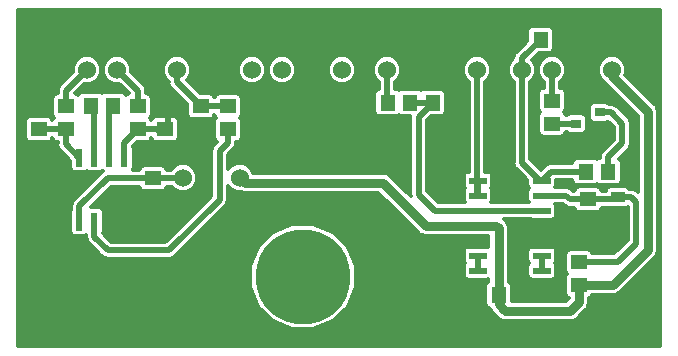
<source format=gbr>
G04 #@! TF.GenerationSoftware,KiCad,Pcbnew,(5.0.0-rc2-dev-586-g888c43477)*
G04 #@! TF.CreationDate,2018-06-03T13:53:17-03:00*
G04 #@! TF.ProjectId,Signal,5369676E616C2E6B696361645F706362,rev?*
G04 #@! TF.SameCoordinates,Original*
G04 #@! TF.FileFunction,Copper,L2,Bot,Signal*
G04 #@! TF.FilePolarity,Positive*
%FSLAX46Y46*%
G04 Gerber Fmt 4.6, Leading zero omitted, Abs format (unit mm)*
G04 Created by KiCad (PCBNEW (5.0.0-rc2-dev-586-g888c43477)) date 06/03/18 13:53:17*
%MOMM*%
%LPD*%
G01*
G04 APERTURE LIST*
%ADD10R,1.400000X1.295000*%
%ADD11C,8.000000*%
%ADD12C,0.900000*%
%ADD13R,0.600000X1.550000*%
%ADD14R,1.295000X1.400000*%
%ADD15R,0.900000X0.800000*%
%ADD16C,1.524000*%
%ADD17R,1.200000X0.900000*%
%ADD18R,1.500000X0.600000*%
%ADD19C,0.508000*%
%ADD20C,0.800000*%
%ADD21C,0.304800*%
G04 APERTURE END LIST*
D10*
X34036000Y-23416500D03*
X34036000Y-25351500D03*
X25654000Y-23416500D03*
X25654000Y-25351500D03*
X36322000Y-25351500D03*
X36322000Y-23416500D03*
X27940000Y-25351500D03*
X27940000Y-23416500D03*
X35306000Y-31447500D03*
X35306000Y-29512500D03*
X39370000Y-23416500D03*
X39370000Y-25351500D03*
D11*
X48006000Y-37846000D03*
D12*
X51006000Y-37846000D03*
X50127320Y-39967320D03*
X48006000Y-40846000D03*
X45884680Y-39967320D03*
X45006000Y-37846000D03*
X45884680Y-35724680D03*
X48006000Y-34846000D03*
X50127320Y-35724680D03*
D13*
X29083000Y-27780000D03*
X30353000Y-27780000D03*
X31623000Y-27780000D03*
X32893000Y-27780000D03*
X32893000Y-33180000D03*
X31623000Y-33180000D03*
X30353000Y-33180000D03*
X29083000Y-33180000D03*
D10*
X41656000Y-25351500D03*
X41656000Y-23416500D03*
D14*
X31955500Y-23368000D03*
X30020500Y-23368000D03*
D15*
X73136000Y-23942000D03*
X73136000Y-25842000D03*
X71136000Y-24892000D03*
D16*
X71628000Y-20320000D03*
X69088000Y-20320000D03*
X66548000Y-20320000D03*
X62738000Y-20320000D03*
X60198000Y-20320000D03*
X57658000Y-20320000D03*
X55118000Y-20320000D03*
X51308000Y-20320000D03*
X48768000Y-20320000D03*
X46228000Y-20320000D03*
X43688000Y-20320000D03*
X41148000Y-20320000D03*
X37338000Y-20320000D03*
X34798000Y-20320000D03*
X32258000Y-20320000D03*
X29718000Y-20320000D03*
X74168000Y-20320000D03*
D10*
X72136000Y-33225500D03*
X72136000Y-31290500D03*
D14*
X64564500Y-39370000D03*
X66499500Y-39370000D03*
D17*
X74676000Y-31116000D03*
X74676000Y-34416000D03*
D10*
X71374000Y-36624500D03*
X71374000Y-38559500D03*
D14*
X68120500Y-17780000D03*
X70055500Y-17780000D03*
X71930500Y-28956000D03*
X73865500Y-28956000D03*
D10*
X69088000Y-24892000D03*
X69088000Y-22957000D03*
D14*
X58976500Y-23114000D03*
X60911500Y-23114000D03*
X57101500Y-23114000D03*
X55166500Y-23114000D03*
D18*
X62832000Y-37338000D03*
X62832000Y-36068000D03*
X62832000Y-34798000D03*
X62832000Y-33528000D03*
X62832000Y-32258000D03*
X62832000Y-30988000D03*
X62832000Y-29718000D03*
X68232000Y-29718000D03*
X68232000Y-30988000D03*
X68232000Y-32258000D03*
X68232000Y-33528000D03*
X68232000Y-34798000D03*
X68232000Y-36068000D03*
X68232000Y-37338000D03*
D16*
X59944000Y-28956000D03*
X59944000Y-35559978D03*
X69088026Y-42672000D03*
X69088000Y-39116000D03*
X42672000Y-31496000D03*
X37846000Y-31496000D03*
X42672002Y-29464000D03*
X37846000Y-29464000D03*
D19*
X71136000Y-24892000D02*
X69088000Y-24892000D01*
X48465500Y-20622500D02*
X48768000Y-20320000D01*
X67782000Y-33528000D02*
X68232000Y-33528000D01*
X66974000Y-33528000D02*
X68232000Y-33528000D01*
X66499500Y-34002500D02*
X66974000Y-33528000D01*
X66499500Y-39370000D02*
X66499500Y-34002500D01*
X73580500Y-34416000D02*
X72390000Y-33225500D01*
X74676000Y-34416000D02*
X73580500Y-34416000D01*
X70309500Y-33528000D02*
X68232000Y-33528000D01*
X72390000Y-33225500D02*
X72087500Y-33528000D01*
X70928000Y-33225500D02*
X72136000Y-33225500D01*
X70309500Y-33528000D02*
X70612000Y-33225500D01*
X70612000Y-33225500D02*
X70928000Y-33225500D01*
X71628000Y-19558000D02*
X71628000Y-20320000D01*
X70055500Y-17780000D02*
X70055500Y-17985500D01*
X70055500Y-17985500D02*
X71628000Y-19558000D01*
X62832000Y-34798000D02*
X61574000Y-34798000D01*
X61574000Y-34798000D02*
X61523199Y-34848801D01*
X68232000Y-34798000D02*
X68232000Y-33528000D01*
X48514000Y-20574000D02*
X48768000Y-20320000D01*
X48514000Y-20707486D02*
X48514000Y-20574000D01*
X60911500Y-21033500D02*
X60198000Y-20320000D01*
X60911500Y-23114000D02*
X60911500Y-21033500D01*
X60198000Y-20320000D02*
X57658000Y-20320000D01*
X60198000Y-20320000D02*
X64389000Y-16129000D01*
X70055500Y-16572000D02*
X70055500Y-17780000D01*
X64389000Y-16129000D02*
X69612500Y-16129000D01*
X69612500Y-16129000D02*
X70055500Y-16572000D01*
X34798000Y-20320000D02*
X36576000Y-18542000D01*
X39370000Y-18542000D02*
X41148000Y-20320000D01*
X36576000Y-18542000D02*
X39370000Y-18542000D01*
X46990000Y-18542000D02*
X48768000Y-20320000D01*
X39370000Y-18542000D02*
X46990000Y-18542000D01*
X58420000Y-18542000D02*
X60198000Y-20320000D01*
X46990000Y-18542000D02*
X58420000Y-18542000D01*
X60960000Y-27940000D02*
X60705999Y-28194001D01*
X60960000Y-22462500D02*
X60960000Y-27940000D01*
X60705999Y-28194001D02*
X59944000Y-28956000D01*
X61472377Y-34797979D02*
X60705999Y-34797979D01*
X61523199Y-34848801D02*
X61472377Y-34797979D01*
X60705999Y-34797979D02*
X59944000Y-35559978D01*
X68010396Y-42672000D02*
X69088026Y-42672000D01*
X65470370Y-42672000D02*
X68010396Y-42672000D01*
X61523199Y-38724829D02*
X65470370Y-42672000D01*
X61523199Y-34848801D02*
X61523199Y-38724829D01*
X68834000Y-39370000D02*
X69088000Y-39116000D01*
X66499500Y-39370000D02*
X68834000Y-39370000D01*
D20*
X59944000Y-35559978D02*
X58866370Y-35559978D01*
X58866370Y-35559978D02*
X54294387Y-30987995D01*
D19*
X34625500Y-31447500D02*
X32893000Y-33180000D01*
X34798000Y-31447500D02*
X34625500Y-31447500D01*
X25654000Y-23416500D02*
X25654000Y-21590000D01*
X25654000Y-21590000D02*
X28448000Y-18796000D01*
X33274000Y-18796000D02*
X34798000Y-20320000D01*
X28448000Y-18796000D02*
X33274000Y-18796000D01*
X34798000Y-20320000D02*
X36576000Y-22098000D01*
X36576000Y-22098000D02*
X36576000Y-25146000D01*
D20*
X42672000Y-31496000D02*
X42926000Y-31496000D01*
X43434005Y-30987995D02*
X54294387Y-30987995D01*
X42926000Y-31496000D02*
X43434005Y-30987995D01*
D19*
X39370000Y-26416000D02*
X39370000Y-25351500D01*
X31623000Y-34463000D02*
X31958000Y-34798000D01*
X31623000Y-33180000D02*
X31623000Y-34463000D01*
X31958000Y-34798000D02*
X36322000Y-34798000D01*
X36322000Y-34798000D02*
X40132000Y-30988000D01*
X40132000Y-30988000D02*
X40132000Y-27178000D01*
X40132000Y-27178000D02*
X39370000Y-26416000D01*
X37846000Y-23368000D02*
X36576000Y-22098000D01*
X37846000Y-25035500D02*
X37846000Y-23368000D01*
X39370000Y-25351500D02*
X38162000Y-25351500D01*
X38162000Y-25351500D02*
X37846000Y-25035500D01*
X34798000Y-31447500D02*
X37797500Y-31447500D01*
X37797500Y-31447500D02*
X37846000Y-31496000D01*
X74094000Y-23942000D02*
X73136000Y-23942000D01*
X73865500Y-27748000D02*
X75057000Y-26556500D01*
X73865500Y-28956000D02*
X73865500Y-27748000D01*
X75057000Y-24905000D02*
X74094000Y-23942000D01*
X75057000Y-26556500D02*
X75057000Y-24905000D01*
X74501500Y-31290500D02*
X74676000Y-31116000D01*
X72390000Y-31290500D02*
X74501500Y-31290500D01*
X70309500Y-30988000D02*
X68232000Y-30988000D01*
X72390000Y-31290500D02*
X72087500Y-30988000D01*
X70612000Y-31290500D02*
X72136000Y-31290500D01*
X70309500Y-30988000D02*
X70612000Y-31290500D01*
X71422500Y-36576000D02*
X71374000Y-36624500D01*
X74676000Y-36576000D02*
X71422500Y-36576000D01*
X76200000Y-35052000D02*
X74676000Y-36576000D01*
X76200000Y-31532000D02*
X76200000Y-35052000D01*
X74676000Y-31116000D02*
X75784000Y-31116000D01*
X75784000Y-31116000D02*
X76200000Y-31532000D01*
X64564500Y-38162000D02*
X64564500Y-39370000D01*
X64564500Y-34002500D02*
X64564500Y-38162000D01*
X62832000Y-33528000D02*
X64090000Y-33528000D01*
X64090000Y-33528000D02*
X64564500Y-34002500D01*
X64564500Y-40180500D02*
X64564500Y-39370000D01*
X65024000Y-40640000D02*
X64564500Y-40180500D01*
X65035199Y-40628801D02*
X65024000Y-40640000D01*
D20*
X64564500Y-37870000D02*
X64564500Y-39370000D01*
X64564500Y-33710500D02*
X64564500Y-37870000D01*
X62832000Y-33528000D02*
X64382000Y-33528000D01*
X64382000Y-33528000D02*
X64564500Y-33710500D01*
X64564500Y-40158102D02*
X65035199Y-40628801D01*
X64564500Y-39370000D02*
X64564500Y-40158102D01*
X65035199Y-40628801D02*
X65181199Y-40774801D01*
X71374000Y-40007000D02*
X71374000Y-38559500D01*
X70606199Y-40774801D02*
X71374000Y-40007000D01*
X65181199Y-40774801D02*
X70606199Y-40774801D01*
X74168000Y-20828000D02*
X74168000Y-20320000D01*
X77216000Y-23876000D02*
X74168000Y-20828000D01*
X77216000Y-35560000D02*
X77216000Y-23876000D01*
X71374000Y-38559500D02*
X74216500Y-38559500D01*
X74216500Y-38559500D02*
X77216000Y-35560000D01*
D19*
X29083000Y-31897000D02*
X29083000Y-33180000D01*
X34798000Y-29512500D02*
X31467500Y-29512500D01*
X31467500Y-29512500D02*
X29083000Y-31897000D01*
D20*
X43091187Y-29883185D02*
X42672002Y-29464000D01*
X54752014Y-29883185D02*
X43091187Y-29883185D01*
X62832000Y-33528000D02*
X58396828Y-33528000D01*
X58396828Y-33528000D02*
X54752014Y-29883185D01*
D19*
X37797500Y-29512500D02*
X37846000Y-29464000D01*
X34798000Y-29512500D02*
X37797500Y-29512500D01*
X68232000Y-37338000D02*
X68232000Y-36068000D01*
X62832000Y-37338000D02*
X62832000Y-36068000D01*
X31623000Y-23700500D02*
X31955500Y-23368000D01*
X31623000Y-27780000D02*
X31623000Y-23700500D01*
X30353000Y-23700500D02*
X30020500Y-23368000D01*
X30353000Y-26497000D02*
X30353000Y-25908000D01*
X30353000Y-27780000D02*
X30353000Y-26497000D01*
X30353000Y-26256000D02*
X30353000Y-25908000D01*
X30353000Y-25908000D02*
X30353000Y-23700500D01*
X30353000Y-33180000D02*
X30353000Y-34463000D01*
X40944811Y-27218189D02*
X41656000Y-26507000D01*
X41656000Y-26507000D02*
X41656000Y-25351500D01*
X40944811Y-31324677D02*
X40944811Y-27218189D01*
X36658677Y-35610811D02*
X40944811Y-31324677D01*
X31500810Y-35610810D02*
X36658677Y-35610811D01*
X30353000Y-34463000D02*
X31500810Y-35610810D01*
X37592000Y-20574000D02*
X37338000Y-20320000D01*
X39370000Y-23416500D02*
X41656000Y-23416500D01*
X37338000Y-21384500D02*
X39370000Y-23416500D01*
X37338000Y-20320000D02*
X37338000Y-21384500D01*
X69088000Y-20320000D02*
X69088000Y-22957000D01*
X66548000Y-19352500D02*
X68120500Y-17780000D01*
X66548000Y-20320000D02*
X66548000Y-19352500D01*
X68994000Y-28956000D02*
X68232000Y-29718000D01*
X70152500Y-28956000D02*
X68994000Y-28956000D01*
X70152500Y-28956000D02*
X71930500Y-28956000D01*
X68072000Y-29718000D02*
X68232000Y-29718000D01*
X66548000Y-20320000D02*
X66548000Y-28194000D01*
X66548000Y-28194000D02*
X68072000Y-29718000D01*
X68232000Y-32258000D02*
X62832000Y-32258000D01*
X57101500Y-23114000D02*
X58976500Y-23114000D01*
X58976500Y-23166500D02*
X58976500Y-23114000D01*
X57821000Y-24322000D02*
X58976500Y-23166500D01*
X57821000Y-30897000D02*
X57821000Y-24322000D01*
X62832000Y-32258000D02*
X59182000Y-32258000D01*
X59182000Y-32258000D02*
X57821000Y-30897000D01*
X55118000Y-20320000D02*
X55118000Y-22860000D01*
X55118000Y-22860000D02*
X55069500Y-22908500D01*
X27940000Y-22098000D02*
X27940000Y-23416500D01*
X29718000Y-20320000D02*
X27940000Y-22098000D01*
X33274000Y-21336000D02*
X32258000Y-20320000D01*
X34036000Y-23416500D02*
X34036000Y-22098000D01*
X34036000Y-22098000D02*
X33274000Y-21336000D01*
X62382000Y-29718000D02*
X62832000Y-29718000D01*
X62738000Y-20320000D02*
X62738000Y-24130000D01*
X62738000Y-30894000D02*
X62832000Y-30988000D01*
X62738000Y-20320000D02*
X62738000Y-30894000D01*
X62832000Y-29718000D02*
X62832000Y-30988000D01*
X46308000Y-20400000D02*
X46228000Y-20320000D01*
X46005500Y-20542500D02*
X46228000Y-20320000D01*
X45925500Y-20622500D02*
X46228000Y-20320000D01*
X43608000Y-20400000D02*
X43688000Y-20320000D01*
X27940000Y-26637000D02*
X29083000Y-27780000D01*
X27940000Y-25351500D02*
X27940000Y-26637000D01*
X25654000Y-25351500D02*
X27940000Y-25351500D01*
X32893000Y-26494500D02*
X34036000Y-25351500D01*
X32893000Y-27780000D02*
X32893000Y-26494500D01*
X35632014Y-25351500D02*
X35977007Y-25696493D01*
X34036000Y-25351500D02*
X35632014Y-25351500D01*
D21*
G36*
X78232800Y-43688800D02*
X23875200Y-43688800D01*
X23875200Y-36959408D01*
X43548800Y-36959408D01*
X43548800Y-38732592D01*
X44227368Y-40370801D01*
X45481199Y-41624632D01*
X47119408Y-42303200D01*
X48892592Y-42303200D01*
X50530801Y-41624632D01*
X51784632Y-40370801D01*
X52463200Y-38732592D01*
X52463200Y-36959408D01*
X51784632Y-35321199D01*
X50530801Y-34067368D01*
X48892592Y-33388800D01*
X47119408Y-33388800D01*
X45481199Y-34067368D01*
X44227368Y-35321199D01*
X43548800Y-36959408D01*
X23875200Y-36959408D01*
X23875200Y-24704000D01*
X24487843Y-24704000D01*
X24487843Y-25999000D01*
X24523327Y-26177391D01*
X24624377Y-26328623D01*
X24775609Y-26429673D01*
X24954000Y-26465157D01*
X26354000Y-26465157D01*
X26532391Y-26429673D01*
X26683623Y-26328623D01*
X26784673Y-26177391D01*
X26797000Y-26115419D01*
X26809327Y-26177391D01*
X26910377Y-26328623D01*
X27061609Y-26429673D01*
X27228801Y-26462929D01*
X27228801Y-26566954D01*
X27214868Y-26637000D01*
X27270065Y-26914496D01*
X27387576Y-27090364D01*
X27387579Y-27090367D01*
X27427255Y-27149746D01*
X27486634Y-27189422D01*
X28316843Y-28019632D01*
X28316843Y-28555000D01*
X28352327Y-28733391D01*
X28453377Y-28884623D01*
X28604609Y-28985673D01*
X28783000Y-29021157D01*
X29383000Y-29021157D01*
X29561391Y-28985673D01*
X29712623Y-28884623D01*
X29718000Y-28876576D01*
X29723377Y-28884623D01*
X29874609Y-28985673D01*
X30053000Y-29021157D01*
X30653000Y-29021157D01*
X30831391Y-28985673D01*
X30982623Y-28884623D01*
X30988000Y-28876576D01*
X30993377Y-28884623D01*
X31060218Y-28929284D01*
X31014135Y-28960076D01*
X31014133Y-28960078D01*
X30954754Y-28999754D01*
X30915078Y-29059133D01*
X28629634Y-31344578D01*
X28570254Y-31384255D01*
X28530578Y-31443634D01*
X28530576Y-31443636D01*
X28461644Y-31546800D01*
X28413064Y-31619505D01*
X28371800Y-31826955D01*
X28371800Y-31826959D01*
X28357868Y-31897000D01*
X28371800Y-31967042D01*
X28371800Y-32197465D01*
X28352327Y-32226609D01*
X28316843Y-32405000D01*
X28316843Y-33955000D01*
X28352327Y-34133391D01*
X28453377Y-34284623D01*
X28604609Y-34385673D01*
X28783000Y-34421157D01*
X29383000Y-34421157D01*
X29561391Y-34385673D01*
X29641801Y-34331945D01*
X29641801Y-34392954D01*
X29627868Y-34463000D01*
X29683065Y-34740496D01*
X29800576Y-34916364D01*
X29800579Y-34916367D01*
X29840255Y-34975746D01*
X29899634Y-35015422D01*
X30948390Y-36064179D01*
X30988064Y-36123555D01*
X31047440Y-36163229D01*
X31047445Y-36163234D01*
X31223312Y-36280745D01*
X31500809Y-36335942D01*
X31570855Y-36322009D01*
X36588635Y-36322011D01*
X36658677Y-36335943D01*
X36728718Y-36322011D01*
X36728722Y-36322011D01*
X36936172Y-36280747D01*
X36999298Y-36238567D01*
X37112041Y-36163235D01*
X37112043Y-36163233D01*
X37171422Y-36123557D01*
X37211098Y-36064178D01*
X41398180Y-31877097D01*
X41457556Y-31837423D01*
X41497231Y-31778046D01*
X41497235Y-31778042D01*
X41603166Y-31619505D01*
X41614747Y-31602173D01*
X41656011Y-31394723D01*
X41656011Y-31394719D01*
X41669943Y-31324677D01*
X41656011Y-31254635D01*
X41656011Y-30172219D01*
X41981380Y-30497588D01*
X42429488Y-30683200D01*
X42745576Y-30683200D01*
X42756724Y-30690649D01*
X43006763Y-30740385D01*
X43006766Y-30740385D01*
X43091186Y-30757177D01*
X43175606Y-30740385D01*
X54396951Y-30740385D01*
X57731001Y-34074437D01*
X57778822Y-34146006D01*
X57850391Y-34193827D01*
X57850392Y-34193828D01*
X57986276Y-34284623D01*
X58062365Y-34335464D01*
X58312404Y-34385200D01*
X58312407Y-34385200D01*
X58396827Y-34401992D01*
X58481247Y-34385200D01*
X63707300Y-34385200D01*
X63707300Y-35326767D01*
X63582000Y-35301843D01*
X62082000Y-35301843D01*
X61903609Y-35337327D01*
X61752377Y-35438377D01*
X61651327Y-35589609D01*
X61615843Y-35768000D01*
X61615843Y-36368000D01*
X61651327Y-36546391D01*
X61752377Y-36697623D01*
X61760424Y-36703000D01*
X61752377Y-36708377D01*
X61651327Y-36859609D01*
X61615843Y-37038000D01*
X61615843Y-37638000D01*
X61651327Y-37816391D01*
X61752377Y-37967623D01*
X61903609Y-38068673D01*
X62082000Y-38104157D01*
X63582000Y-38104157D01*
X63707300Y-38079233D01*
X63707300Y-38260247D01*
X63587377Y-38340377D01*
X63486327Y-38491609D01*
X63450843Y-38670000D01*
X63450843Y-40070000D01*
X63486327Y-40248391D01*
X63587377Y-40399623D01*
X63738609Y-40500673D01*
X63766109Y-40506143D01*
X63898672Y-40704537D01*
X63898674Y-40704539D01*
X63946495Y-40776108D01*
X64018064Y-40823929D01*
X64515370Y-41321235D01*
X64563193Y-41392807D01*
X64846736Y-41582265D01*
X65096775Y-41632001D01*
X65096778Y-41632001D01*
X65181198Y-41648793D01*
X65265618Y-41632001D01*
X70521779Y-41632001D01*
X70606199Y-41648793D01*
X70690619Y-41632001D01*
X70690623Y-41632001D01*
X70940662Y-41582265D01*
X71224205Y-41392807D01*
X71272028Y-41321235D01*
X71920437Y-40672827D01*
X71992006Y-40625006D01*
X72039827Y-40553437D01*
X72039829Y-40553435D01*
X72115398Y-40440338D01*
X72181464Y-40341463D01*
X72231200Y-40091424D01*
X72231200Y-40091420D01*
X72247992Y-40007000D01*
X72231200Y-39922580D01*
X72231200Y-39641888D01*
X72252391Y-39637673D01*
X72403623Y-39536623D01*
X72483753Y-39416700D01*
X74132080Y-39416700D01*
X74216500Y-39433492D01*
X74300920Y-39416700D01*
X74300924Y-39416700D01*
X74550963Y-39366964D01*
X74834506Y-39177506D01*
X74882329Y-39105934D01*
X77762437Y-36225827D01*
X77834006Y-36178006D01*
X77881827Y-36106437D01*
X77881829Y-36106435D01*
X77968314Y-35977000D01*
X78023464Y-35894463D01*
X78073200Y-35644424D01*
X78073200Y-35644420D01*
X78089992Y-35560000D01*
X78073200Y-35475580D01*
X78073200Y-23960420D01*
X78089992Y-23876000D01*
X78073200Y-23791580D01*
X78073200Y-23791576D01*
X78023464Y-23541537D01*
X77939917Y-23416500D01*
X77881828Y-23329564D01*
X77881827Y-23329563D01*
X77834006Y-23257994D01*
X77762437Y-23210173D01*
X75307409Y-20755146D01*
X75387200Y-20562514D01*
X75387200Y-20077486D01*
X75201588Y-19629378D01*
X74858622Y-19286412D01*
X74410514Y-19100800D01*
X73925486Y-19100800D01*
X73477378Y-19286412D01*
X73134412Y-19629378D01*
X72948800Y-20077486D01*
X72948800Y-20562514D01*
X73134412Y-21010622D01*
X73477378Y-21353588D01*
X73492400Y-21359810D01*
X73549994Y-21446006D01*
X73621566Y-21493829D01*
X76358801Y-24231065D01*
X76358800Y-30685012D01*
X76336424Y-30662636D01*
X76296746Y-30603254D01*
X76061496Y-30446064D01*
X75854046Y-30404800D01*
X75854041Y-30404800D01*
X75784000Y-30390868D01*
X75713959Y-30404800D01*
X75651342Y-30404800D01*
X75605623Y-30336377D01*
X75454391Y-30235327D01*
X75276000Y-30199843D01*
X74076000Y-30199843D01*
X73897609Y-30235327D01*
X73746377Y-30336377D01*
X73645327Y-30487609D01*
X73627089Y-30579300D01*
X73289486Y-30579300D01*
X73266673Y-30464609D01*
X73165623Y-30313377D01*
X73014391Y-30212327D01*
X72836000Y-30176843D01*
X71436000Y-30176843D01*
X71257609Y-30212327D01*
X71106377Y-30313377D01*
X71005327Y-30464609D01*
X70982514Y-30579300D01*
X70906588Y-30579300D01*
X70861924Y-30534636D01*
X70822246Y-30475254D01*
X70586996Y-30318064D01*
X70379546Y-30276800D01*
X70379541Y-30276800D01*
X70309500Y-30262868D01*
X70239459Y-30276800D01*
X69358945Y-30276800D01*
X69412673Y-30196391D01*
X69448157Y-30018000D01*
X69448157Y-29667200D01*
X70819071Y-29667200D01*
X70852327Y-29834391D01*
X70953377Y-29985623D01*
X71104609Y-30086673D01*
X71283000Y-30122157D01*
X72578000Y-30122157D01*
X72756391Y-30086673D01*
X72898000Y-29992053D01*
X73039609Y-30086673D01*
X73218000Y-30122157D01*
X74513000Y-30122157D01*
X74691391Y-30086673D01*
X74842623Y-29985623D01*
X74943673Y-29834391D01*
X74979157Y-29656000D01*
X74979157Y-28256000D01*
X74943673Y-28077609D01*
X74842623Y-27926377D01*
X74752877Y-27866411D01*
X75510369Y-27108920D01*
X75569745Y-27069246D01*
X75609420Y-27009869D01*
X75609424Y-27009865D01*
X75726935Y-26833998D01*
X75726935Y-26833997D01*
X75726936Y-26833996D01*
X75768200Y-26626546D01*
X75768200Y-26626543D01*
X75782132Y-26556501D01*
X75768200Y-26486459D01*
X75768200Y-24975042D01*
X75782132Y-24905000D01*
X75768200Y-24834958D01*
X75768200Y-24834954D01*
X75726936Y-24627504D01*
X75664563Y-24534157D01*
X75609424Y-24451635D01*
X75609422Y-24451633D01*
X75569746Y-24392254D01*
X75510367Y-24352578D01*
X74646424Y-23488636D01*
X74606746Y-23429254D01*
X74371496Y-23272064D01*
X74164046Y-23230800D01*
X74164041Y-23230800D01*
X74094000Y-23216868D01*
X74023959Y-23230800D01*
X73927933Y-23230800D01*
X73915623Y-23212377D01*
X73764391Y-23111327D01*
X73586000Y-23075843D01*
X72686000Y-23075843D01*
X72507609Y-23111327D01*
X72356377Y-23212377D01*
X72255327Y-23363609D01*
X72219843Y-23542000D01*
X72219843Y-24342000D01*
X72255327Y-24520391D01*
X72356377Y-24671623D01*
X72507609Y-24772673D01*
X72686000Y-24808157D01*
X73586000Y-24808157D01*
X73764391Y-24772673D01*
X73857003Y-24710791D01*
X74345801Y-25199590D01*
X74345800Y-26261911D01*
X73412134Y-27195578D01*
X73352755Y-27235254D01*
X73313079Y-27294633D01*
X73313076Y-27294636D01*
X73195565Y-27470504D01*
X73140368Y-27748000D01*
X73151329Y-27803105D01*
X73039609Y-27825327D01*
X72898000Y-27919947D01*
X72756391Y-27825327D01*
X72578000Y-27789843D01*
X71283000Y-27789843D01*
X71104609Y-27825327D01*
X70953377Y-27926377D01*
X70852327Y-28077609D01*
X70819071Y-28244800D01*
X69064042Y-28244800D01*
X68994000Y-28230868D01*
X68923958Y-28244800D01*
X68923954Y-28244800D01*
X68716504Y-28286064D01*
X68706504Y-28292746D01*
X68540635Y-28403576D01*
X68540633Y-28403578D01*
X68481254Y-28443254D01*
X68441578Y-28502633D01*
X68152000Y-28792211D01*
X67259200Y-27899412D01*
X67259200Y-21333010D01*
X67581588Y-21010622D01*
X67767200Y-20562514D01*
X67767200Y-20077486D01*
X67868800Y-20077486D01*
X67868800Y-20562514D01*
X68054412Y-21010622D01*
X68376800Y-21333010D01*
X68376801Y-21845571D01*
X68209609Y-21878827D01*
X68058377Y-21979877D01*
X67957327Y-22131109D01*
X67921843Y-22309500D01*
X67921843Y-23604500D01*
X67957327Y-23782891D01*
X68051947Y-23924500D01*
X67957327Y-24066109D01*
X67921843Y-24244500D01*
X67921843Y-25539500D01*
X67957327Y-25717891D01*
X68058377Y-25869123D01*
X68209609Y-25970173D01*
X68388000Y-26005657D01*
X69788000Y-26005657D01*
X69966391Y-25970173D01*
X70117623Y-25869123D01*
X70218673Y-25717891D01*
X70241486Y-25603200D01*
X70344067Y-25603200D01*
X70356377Y-25621623D01*
X70507609Y-25722673D01*
X70686000Y-25758157D01*
X71586000Y-25758157D01*
X71764391Y-25722673D01*
X71915623Y-25621623D01*
X72016673Y-25470391D01*
X72052157Y-25292000D01*
X72052157Y-24492000D01*
X72016673Y-24313609D01*
X71915623Y-24162377D01*
X71764391Y-24061327D01*
X71586000Y-24025843D01*
X70686000Y-24025843D01*
X70507609Y-24061327D01*
X70356377Y-24162377D01*
X70344067Y-24180800D01*
X70241486Y-24180800D01*
X70218673Y-24066109D01*
X70124053Y-23924500D01*
X70218673Y-23782891D01*
X70254157Y-23604500D01*
X70254157Y-22309500D01*
X70218673Y-22131109D01*
X70117623Y-21979877D01*
X69966391Y-21878827D01*
X69799200Y-21845571D01*
X69799200Y-21333010D01*
X70121588Y-21010622D01*
X70307200Y-20562514D01*
X70307200Y-20077486D01*
X70121588Y-19629378D01*
X69778622Y-19286412D01*
X69330514Y-19100800D01*
X68845486Y-19100800D01*
X68397378Y-19286412D01*
X68054412Y-19629378D01*
X67868800Y-20077486D01*
X67767200Y-20077486D01*
X67581588Y-19629378D01*
X67429249Y-19477039D01*
X67960132Y-18946157D01*
X68768000Y-18946157D01*
X68946391Y-18910673D01*
X69097623Y-18809623D01*
X69198673Y-18658391D01*
X69234157Y-18480000D01*
X69234157Y-17080000D01*
X69198673Y-16901609D01*
X69097623Y-16750377D01*
X68946391Y-16649327D01*
X68768000Y-16613843D01*
X67473000Y-16613843D01*
X67294609Y-16649327D01*
X67143377Y-16750377D01*
X67042327Y-16901609D01*
X67006843Y-17080000D01*
X67006843Y-17887868D01*
X66094634Y-18800078D01*
X66035255Y-18839754D01*
X65995579Y-18899133D01*
X65995576Y-18899136D01*
X65878065Y-19075004D01*
X65830709Y-19313081D01*
X65514412Y-19629378D01*
X65328800Y-20077486D01*
X65328800Y-20562514D01*
X65514412Y-21010622D01*
X65836800Y-21333010D01*
X65836801Y-28123954D01*
X65822868Y-28194000D01*
X65878065Y-28471496D01*
X65995576Y-28647364D01*
X65995579Y-28647367D01*
X66035255Y-28706746D01*
X66094634Y-28746422D01*
X67015843Y-29667632D01*
X67015843Y-30018000D01*
X67051327Y-30196391D01*
X67152377Y-30347623D01*
X67160424Y-30353000D01*
X67152377Y-30358377D01*
X67051327Y-30509609D01*
X67015843Y-30688000D01*
X67015843Y-31288000D01*
X67051327Y-31466391D01*
X67105055Y-31546800D01*
X63958945Y-31546800D01*
X64012673Y-31466391D01*
X64048157Y-31288000D01*
X64048157Y-30688000D01*
X64012673Y-30509609D01*
X63911623Y-30358377D01*
X63903576Y-30353000D01*
X63911623Y-30347623D01*
X64012673Y-30196391D01*
X64048157Y-30018000D01*
X64048157Y-29418000D01*
X64012673Y-29239609D01*
X63911623Y-29088377D01*
X63760391Y-28987327D01*
X63582000Y-28951843D01*
X63449200Y-28951843D01*
X63449200Y-21333010D01*
X63771588Y-21010622D01*
X63957200Y-20562514D01*
X63957200Y-20077486D01*
X63771588Y-19629378D01*
X63428622Y-19286412D01*
X62980514Y-19100800D01*
X62495486Y-19100800D01*
X62047378Y-19286412D01*
X61704412Y-19629378D01*
X61518800Y-20077486D01*
X61518800Y-20562514D01*
X61704412Y-21010622D01*
X62026800Y-21333010D01*
X62026801Y-28962823D01*
X61903609Y-28987327D01*
X61752377Y-29088377D01*
X61651327Y-29239609D01*
X61615843Y-29418000D01*
X61615843Y-30018000D01*
X61651327Y-30196391D01*
X61752377Y-30347623D01*
X61760424Y-30353000D01*
X61752377Y-30358377D01*
X61651327Y-30509609D01*
X61615843Y-30688000D01*
X61615843Y-31288000D01*
X61651327Y-31466391D01*
X61705055Y-31546800D01*
X59476589Y-31546800D01*
X58532200Y-30602412D01*
X58532200Y-24616588D01*
X58868631Y-24280157D01*
X59624000Y-24280157D01*
X59802391Y-24244673D01*
X59953623Y-24143623D01*
X60054673Y-23992391D01*
X60090157Y-23814000D01*
X60090157Y-22414000D01*
X60054673Y-22235609D01*
X59953623Y-22084377D01*
X59802391Y-21983327D01*
X59624000Y-21947843D01*
X58329000Y-21947843D01*
X58150609Y-21983327D01*
X58039000Y-22057902D01*
X57927391Y-21983327D01*
X57749000Y-21947843D01*
X56454000Y-21947843D01*
X56275609Y-21983327D01*
X56134000Y-22077947D01*
X55992391Y-21983327D01*
X55829200Y-21950866D01*
X55829200Y-21333010D01*
X56151588Y-21010622D01*
X56337200Y-20562514D01*
X56337200Y-20077486D01*
X56151588Y-19629378D01*
X55808622Y-19286412D01*
X55360514Y-19100800D01*
X54875486Y-19100800D01*
X54427378Y-19286412D01*
X54084412Y-19629378D01*
X53898800Y-20077486D01*
X53898800Y-20562514D01*
X54084412Y-21010622D01*
X54406800Y-21333010D01*
X54406801Y-21970161D01*
X54340609Y-21983327D01*
X54189377Y-22084377D01*
X54088327Y-22235609D01*
X54052843Y-22414000D01*
X54052843Y-23814000D01*
X54088327Y-23992391D01*
X54189377Y-24143623D01*
X54340609Y-24244673D01*
X54519000Y-24280157D01*
X55814000Y-24280157D01*
X55992391Y-24244673D01*
X56134000Y-24150053D01*
X56275609Y-24244673D01*
X56454000Y-24280157D01*
X57104191Y-24280157D01*
X57095868Y-24322000D01*
X57109801Y-24392046D01*
X57109800Y-30826959D01*
X57095868Y-30897000D01*
X57109800Y-30967041D01*
X57109800Y-30967045D01*
X57125111Y-31044019D01*
X55417842Y-29336750D01*
X55370020Y-29265179D01*
X55086477Y-29075721D01*
X54836438Y-29025985D01*
X54836434Y-29025985D01*
X54752014Y-29009193D01*
X54667594Y-29025985D01*
X43810223Y-29025985D01*
X43705590Y-28773378D01*
X43362624Y-28430412D01*
X42914516Y-28244800D01*
X42429488Y-28244800D01*
X41981380Y-28430412D01*
X41656011Y-28755781D01*
X41656011Y-27512777D01*
X42109369Y-27059420D01*
X42168745Y-27019746D01*
X42208420Y-26960369D01*
X42208424Y-26960365D01*
X42325935Y-26784498D01*
X42325935Y-26784497D01*
X42325936Y-26784496D01*
X42367200Y-26577046D01*
X42367200Y-26577043D01*
X42381132Y-26507001D01*
X42372169Y-26461941D01*
X42534391Y-26429673D01*
X42685623Y-26328623D01*
X42786673Y-26177391D01*
X42822157Y-25999000D01*
X42822157Y-24704000D01*
X42786673Y-24525609D01*
X42692053Y-24384000D01*
X42786673Y-24242391D01*
X42822157Y-24064000D01*
X42822157Y-22769000D01*
X42786673Y-22590609D01*
X42685623Y-22439377D01*
X42534391Y-22338327D01*
X42356000Y-22302843D01*
X40956000Y-22302843D01*
X40777609Y-22338327D01*
X40626377Y-22439377D01*
X40525327Y-22590609D01*
X40513000Y-22652581D01*
X40500673Y-22590609D01*
X40399623Y-22439377D01*
X40248391Y-22338327D01*
X40070000Y-22302843D01*
X39262132Y-22302843D01*
X38170749Y-21211461D01*
X38371588Y-21010622D01*
X38557200Y-20562514D01*
X38557200Y-20077486D01*
X42468800Y-20077486D01*
X42468800Y-20562514D01*
X42654412Y-21010622D01*
X42997378Y-21353588D01*
X43445486Y-21539200D01*
X43930514Y-21539200D01*
X44378622Y-21353588D01*
X44721588Y-21010622D01*
X44907200Y-20562514D01*
X44907200Y-20077486D01*
X45008800Y-20077486D01*
X45008800Y-20562514D01*
X45194412Y-21010622D01*
X45537378Y-21353588D01*
X45985486Y-21539200D01*
X46470514Y-21539200D01*
X46918622Y-21353588D01*
X47261588Y-21010622D01*
X47447200Y-20562514D01*
X47447200Y-20077486D01*
X50088800Y-20077486D01*
X50088800Y-20562514D01*
X50274412Y-21010622D01*
X50617378Y-21353588D01*
X51065486Y-21539200D01*
X51550514Y-21539200D01*
X51998622Y-21353588D01*
X52341588Y-21010622D01*
X52527200Y-20562514D01*
X52527200Y-20077486D01*
X52341588Y-19629378D01*
X51998622Y-19286412D01*
X51550514Y-19100800D01*
X51065486Y-19100800D01*
X50617378Y-19286412D01*
X50274412Y-19629378D01*
X50088800Y-20077486D01*
X47447200Y-20077486D01*
X47261588Y-19629378D01*
X46918622Y-19286412D01*
X46470514Y-19100800D01*
X45985486Y-19100800D01*
X45537378Y-19286412D01*
X45194412Y-19629378D01*
X45008800Y-20077486D01*
X44907200Y-20077486D01*
X44721588Y-19629378D01*
X44378622Y-19286412D01*
X43930514Y-19100800D01*
X43445486Y-19100800D01*
X42997378Y-19286412D01*
X42654412Y-19629378D01*
X42468800Y-20077486D01*
X38557200Y-20077486D01*
X38371588Y-19629378D01*
X38028622Y-19286412D01*
X37580514Y-19100800D01*
X37095486Y-19100800D01*
X36647378Y-19286412D01*
X36304412Y-19629378D01*
X36118800Y-20077486D01*
X36118800Y-20562514D01*
X36304412Y-21010622D01*
X36623722Y-21329932D01*
X36612868Y-21384500D01*
X36668065Y-21661996D01*
X36785576Y-21837864D01*
X36785579Y-21837867D01*
X36825255Y-21897246D01*
X36884634Y-21936922D01*
X38203843Y-23256132D01*
X38203843Y-24064000D01*
X38239327Y-24242391D01*
X38340377Y-24393623D01*
X38491609Y-24494673D01*
X38670000Y-24530157D01*
X40070000Y-24530157D01*
X40248391Y-24494673D01*
X40399623Y-24393623D01*
X40500673Y-24242391D01*
X40513000Y-24180419D01*
X40525327Y-24242391D01*
X40619947Y-24384000D01*
X40525327Y-24525609D01*
X40489843Y-24704000D01*
X40489843Y-25999000D01*
X40525327Y-26177391D01*
X40626377Y-26328623D01*
X40747594Y-26409618D01*
X40491445Y-26665767D01*
X40432066Y-26705443D01*
X40392390Y-26764822D01*
X40392387Y-26764825D01*
X40274876Y-26940693D01*
X40219679Y-27218189D01*
X40233612Y-27288235D01*
X40233611Y-31030088D01*
X36364088Y-34899612D01*
X31795399Y-34899610D01*
X31064200Y-34168412D01*
X31064200Y-34162534D01*
X31083673Y-34133391D01*
X31119157Y-33955000D01*
X31119157Y-32405000D01*
X31083673Y-32226609D01*
X30982623Y-32075377D01*
X30831391Y-31974327D01*
X30653000Y-31938843D01*
X30053000Y-31938843D01*
X30045442Y-31940346D01*
X31762089Y-30223700D01*
X34152514Y-30223700D01*
X34175327Y-30338391D01*
X34276377Y-30489623D01*
X34427609Y-30590673D01*
X34606000Y-30626157D01*
X36006000Y-30626157D01*
X36184391Y-30590673D01*
X36335623Y-30489623D01*
X36436673Y-30338391D01*
X36459486Y-30223700D01*
X36881490Y-30223700D01*
X37155378Y-30497588D01*
X37603486Y-30683200D01*
X38088514Y-30683200D01*
X38536622Y-30497588D01*
X38879588Y-30154622D01*
X39065200Y-29706514D01*
X39065200Y-29221486D01*
X38879588Y-28773378D01*
X38536622Y-28430412D01*
X38088514Y-28244800D01*
X37603486Y-28244800D01*
X37155378Y-28430412D01*
X36812412Y-28773378D01*
X36800846Y-28801300D01*
X36459486Y-28801300D01*
X36436673Y-28686609D01*
X36335623Y-28535377D01*
X36184391Y-28434327D01*
X36006000Y-28398843D01*
X34606000Y-28398843D01*
X34427609Y-28434327D01*
X34276377Y-28535377D01*
X34175327Y-28686609D01*
X34152514Y-28801300D01*
X33578298Y-28801300D01*
X33623673Y-28733391D01*
X33659157Y-28555000D01*
X33659157Y-27005000D01*
X33623673Y-26826609D01*
X33604200Y-26797466D01*
X33604200Y-26789088D01*
X33928131Y-26465157D01*
X34736000Y-26465157D01*
X34914391Y-26429673D01*
X35065623Y-26328623D01*
X35166673Y-26177391D01*
X35179000Y-26115419D01*
X35191327Y-26177391D01*
X35292377Y-26328623D01*
X35443609Y-26429673D01*
X35622000Y-26465157D01*
X37022000Y-26465157D01*
X37200391Y-26429673D01*
X37351623Y-26328623D01*
X37452673Y-26177391D01*
X37488157Y-25999000D01*
X37488157Y-24704000D01*
X37452673Y-24525609D01*
X37351623Y-24374377D01*
X37200391Y-24273327D01*
X37022000Y-24237843D01*
X35622000Y-24237843D01*
X35443609Y-24273327D01*
X35292377Y-24374377D01*
X35191327Y-24525609D01*
X35179000Y-24587581D01*
X35166673Y-24525609D01*
X35072053Y-24384000D01*
X35166673Y-24242391D01*
X35202157Y-24064000D01*
X35202157Y-22769000D01*
X35166673Y-22590609D01*
X35065623Y-22439377D01*
X34914391Y-22338327D01*
X34747200Y-22305071D01*
X34747200Y-22168042D01*
X34761132Y-22098000D01*
X34747200Y-22027958D01*
X34747200Y-22027954D01*
X34705936Y-21820504D01*
X34600024Y-21661996D01*
X34588424Y-21644635D01*
X34588422Y-21644633D01*
X34548746Y-21585254D01*
X34489367Y-21545578D01*
X33826426Y-20882638D01*
X33826424Y-20882635D01*
X33477200Y-20533411D01*
X33477200Y-20077486D01*
X33291588Y-19629378D01*
X32948622Y-19286412D01*
X32500514Y-19100800D01*
X32015486Y-19100800D01*
X31567378Y-19286412D01*
X31224412Y-19629378D01*
X31038800Y-20077486D01*
X31038800Y-20562514D01*
X31224412Y-21010622D01*
X31567378Y-21353588D01*
X32015486Y-21539200D01*
X32471411Y-21539200D01*
X32820635Y-21888424D01*
X32820638Y-21888426D01*
X33251802Y-22319591D01*
X33157609Y-22338327D01*
X33006377Y-22439377D01*
X33003243Y-22444067D01*
X32932623Y-22338377D01*
X32781391Y-22237327D01*
X32603000Y-22201843D01*
X31308000Y-22201843D01*
X31129609Y-22237327D01*
X30988000Y-22331947D01*
X30846391Y-22237327D01*
X30668000Y-22201843D01*
X29373000Y-22201843D01*
X29194609Y-22237327D01*
X29043377Y-22338377D01*
X28972757Y-22444067D01*
X28969623Y-22439377D01*
X28818391Y-22338327D01*
X28724197Y-22319591D01*
X29504589Y-21539200D01*
X29960514Y-21539200D01*
X30408622Y-21353588D01*
X30751588Y-21010622D01*
X30937200Y-20562514D01*
X30937200Y-20077486D01*
X30751588Y-19629378D01*
X30408622Y-19286412D01*
X29960514Y-19100800D01*
X29475486Y-19100800D01*
X29027378Y-19286412D01*
X28684412Y-19629378D01*
X28498800Y-20077486D01*
X28498800Y-20533411D01*
X27486634Y-21545578D01*
X27427254Y-21585255D01*
X27387578Y-21644634D01*
X27387576Y-21644636D01*
X27310267Y-21760337D01*
X27270064Y-21820505D01*
X27228800Y-22027955D01*
X27228800Y-22027959D01*
X27214868Y-22098000D01*
X27228800Y-22168042D01*
X27228800Y-22305071D01*
X27061609Y-22338327D01*
X26910377Y-22439377D01*
X26809327Y-22590609D01*
X26773843Y-22769000D01*
X26773843Y-24064000D01*
X26809327Y-24242391D01*
X26903947Y-24384000D01*
X26809327Y-24525609D01*
X26797000Y-24587581D01*
X26784673Y-24525609D01*
X26683623Y-24374377D01*
X26532391Y-24273327D01*
X26354000Y-24237843D01*
X24954000Y-24237843D01*
X24775609Y-24273327D01*
X24624377Y-24374377D01*
X24523327Y-24525609D01*
X24487843Y-24704000D01*
X23875200Y-24704000D01*
X23875200Y-15239200D01*
X78232801Y-15239200D01*
X78232800Y-43688800D01*
X78232800Y-43688800D01*
G37*
X78232800Y-43688800D02*
X23875200Y-43688800D01*
X23875200Y-36959408D01*
X43548800Y-36959408D01*
X43548800Y-38732592D01*
X44227368Y-40370801D01*
X45481199Y-41624632D01*
X47119408Y-42303200D01*
X48892592Y-42303200D01*
X50530801Y-41624632D01*
X51784632Y-40370801D01*
X52463200Y-38732592D01*
X52463200Y-36959408D01*
X51784632Y-35321199D01*
X50530801Y-34067368D01*
X48892592Y-33388800D01*
X47119408Y-33388800D01*
X45481199Y-34067368D01*
X44227368Y-35321199D01*
X43548800Y-36959408D01*
X23875200Y-36959408D01*
X23875200Y-24704000D01*
X24487843Y-24704000D01*
X24487843Y-25999000D01*
X24523327Y-26177391D01*
X24624377Y-26328623D01*
X24775609Y-26429673D01*
X24954000Y-26465157D01*
X26354000Y-26465157D01*
X26532391Y-26429673D01*
X26683623Y-26328623D01*
X26784673Y-26177391D01*
X26797000Y-26115419D01*
X26809327Y-26177391D01*
X26910377Y-26328623D01*
X27061609Y-26429673D01*
X27228801Y-26462929D01*
X27228801Y-26566954D01*
X27214868Y-26637000D01*
X27270065Y-26914496D01*
X27387576Y-27090364D01*
X27387579Y-27090367D01*
X27427255Y-27149746D01*
X27486634Y-27189422D01*
X28316843Y-28019632D01*
X28316843Y-28555000D01*
X28352327Y-28733391D01*
X28453377Y-28884623D01*
X28604609Y-28985673D01*
X28783000Y-29021157D01*
X29383000Y-29021157D01*
X29561391Y-28985673D01*
X29712623Y-28884623D01*
X29718000Y-28876576D01*
X29723377Y-28884623D01*
X29874609Y-28985673D01*
X30053000Y-29021157D01*
X30653000Y-29021157D01*
X30831391Y-28985673D01*
X30982623Y-28884623D01*
X30988000Y-28876576D01*
X30993377Y-28884623D01*
X31060218Y-28929284D01*
X31014135Y-28960076D01*
X31014133Y-28960078D01*
X30954754Y-28999754D01*
X30915078Y-29059133D01*
X28629634Y-31344578D01*
X28570254Y-31384255D01*
X28530578Y-31443634D01*
X28530576Y-31443636D01*
X28461644Y-31546800D01*
X28413064Y-31619505D01*
X28371800Y-31826955D01*
X28371800Y-31826959D01*
X28357868Y-31897000D01*
X28371800Y-31967042D01*
X28371800Y-32197465D01*
X28352327Y-32226609D01*
X28316843Y-32405000D01*
X28316843Y-33955000D01*
X28352327Y-34133391D01*
X28453377Y-34284623D01*
X28604609Y-34385673D01*
X28783000Y-34421157D01*
X29383000Y-34421157D01*
X29561391Y-34385673D01*
X29641801Y-34331945D01*
X29641801Y-34392954D01*
X29627868Y-34463000D01*
X29683065Y-34740496D01*
X29800576Y-34916364D01*
X29800579Y-34916367D01*
X29840255Y-34975746D01*
X29899634Y-35015422D01*
X30948390Y-36064179D01*
X30988064Y-36123555D01*
X31047440Y-36163229D01*
X31047445Y-36163234D01*
X31223312Y-36280745D01*
X31500809Y-36335942D01*
X31570855Y-36322009D01*
X36588635Y-36322011D01*
X36658677Y-36335943D01*
X36728718Y-36322011D01*
X36728722Y-36322011D01*
X36936172Y-36280747D01*
X36999298Y-36238567D01*
X37112041Y-36163235D01*
X37112043Y-36163233D01*
X37171422Y-36123557D01*
X37211098Y-36064178D01*
X41398180Y-31877097D01*
X41457556Y-31837423D01*
X41497231Y-31778046D01*
X41497235Y-31778042D01*
X41603166Y-31619505D01*
X41614747Y-31602173D01*
X41656011Y-31394723D01*
X41656011Y-31394719D01*
X41669943Y-31324677D01*
X41656011Y-31254635D01*
X41656011Y-30172219D01*
X41981380Y-30497588D01*
X42429488Y-30683200D01*
X42745576Y-30683200D01*
X42756724Y-30690649D01*
X43006763Y-30740385D01*
X43006766Y-30740385D01*
X43091186Y-30757177D01*
X43175606Y-30740385D01*
X54396951Y-30740385D01*
X57731001Y-34074437D01*
X57778822Y-34146006D01*
X57850391Y-34193827D01*
X57850392Y-34193828D01*
X57986276Y-34284623D01*
X58062365Y-34335464D01*
X58312404Y-34385200D01*
X58312407Y-34385200D01*
X58396827Y-34401992D01*
X58481247Y-34385200D01*
X63707300Y-34385200D01*
X63707300Y-35326767D01*
X63582000Y-35301843D01*
X62082000Y-35301843D01*
X61903609Y-35337327D01*
X61752377Y-35438377D01*
X61651327Y-35589609D01*
X61615843Y-35768000D01*
X61615843Y-36368000D01*
X61651327Y-36546391D01*
X61752377Y-36697623D01*
X61760424Y-36703000D01*
X61752377Y-36708377D01*
X61651327Y-36859609D01*
X61615843Y-37038000D01*
X61615843Y-37638000D01*
X61651327Y-37816391D01*
X61752377Y-37967623D01*
X61903609Y-38068673D01*
X62082000Y-38104157D01*
X63582000Y-38104157D01*
X63707300Y-38079233D01*
X63707300Y-38260247D01*
X63587377Y-38340377D01*
X63486327Y-38491609D01*
X63450843Y-38670000D01*
X63450843Y-40070000D01*
X63486327Y-40248391D01*
X63587377Y-40399623D01*
X63738609Y-40500673D01*
X63766109Y-40506143D01*
X63898672Y-40704537D01*
X63898674Y-40704539D01*
X63946495Y-40776108D01*
X64018064Y-40823929D01*
X64515370Y-41321235D01*
X64563193Y-41392807D01*
X64846736Y-41582265D01*
X65096775Y-41632001D01*
X65096778Y-41632001D01*
X65181198Y-41648793D01*
X65265618Y-41632001D01*
X70521779Y-41632001D01*
X70606199Y-41648793D01*
X70690619Y-41632001D01*
X70690623Y-41632001D01*
X70940662Y-41582265D01*
X71224205Y-41392807D01*
X71272028Y-41321235D01*
X71920437Y-40672827D01*
X71992006Y-40625006D01*
X72039827Y-40553437D01*
X72039829Y-40553435D01*
X72115398Y-40440338D01*
X72181464Y-40341463D01*
X72231200Y-40091424D01*
X72231200Y-40091420D01*
X72247992Y-40007000D01*
X72231200Y-39922580D01*
X72231200Y-39641888D01*
X72252391Y-39637673D01*
X72403623Y-39536623D01*
X72483753Y-39416700D01*
X74132080Y-39416700D01*
X74216500Y-39433492D01*
X74300920Y-39416700D01*
X74300924Y-39416700D01*
X74550963Y-39366964D01*
X74834506Y-39177506D01*
X74882329Y-39105934D01*
X77762437Y-36225827D01*
X77834006Y-36178006D01*
X77881827Y-36106437D01*
X77881829Y-36106435D01*
X77968314Y-35977000D01*
X78023464Y-35894463D01*
X78073200Y-35644424D01*
X78073200Y-35644420D01*
X78089992Y-35560000D01*
X78073200Y-35475580D01*
X78073200Y-23960420D01*
X78089992Y-23876000D01*
X78073200Y-23791580D01*
X78073200Y-23791576D01*
X78023464Y-23541537D01*
X77939917Y-23416500D01*
X77881828Y-23329564D01*
X77881827Y-23329563D01*
X77834006Y-23257994D01*
X77762437Y-23210173D01*
X75307409Y-20755146D01*
X75387200Y-20562514D01*
X75387200Y-20077486D01*
X75201588Y-19629378D01*
X74858622Y-19286412D01*
X74410514Y-19100800D01*
X73925486Y-19100800D01*
X73477378Y-19286412D01*
X73134412Y-19629378D01*
X72948800Y-20077486D01*
X72948800Y-20562514D01*
X73134412Y-21010622D01*
X73477378Y-21353588D01*
X73492400Y-21359810D01*
X73549994Y-21446006D01*
X73621566Y-21493829D01*
X76358801Y-24231065D01*
X76358800Y-30685012D01*
X76336424Y-30662636D01*
X76296746Y-30603254D01*
X76061496Y-30446064D01*
X75854046Y-30404800D01*
X75854041Y-30404800D01*
X75784000Y-30390868D01*
X75713959Y-30404800D01*
X75651342Y-30404800D01*
X75605623Y-30336377D01*
X75454391Y-30235327D01*
X75276000Y-30199843D01*
X74076000Y-30199843D01*
X73897609Y-30235327D01*
X73746377Y-30336377D01*
X73645327Y-30487609D01*
X73627089Y-30579300D01*
X73289486Y-30579300D01*
X73266673Y-30464609D01*
X73165623Y-30313377D01*
X73014391Y-30212327D01*
X72836000Y-30176843D01*
X71436000Y-30176843D01*
X71257609Y-30212327D01*
X71106377Y-30313377D01*
X71005327Y-30464609D01*
X70982514Y-30579300D01*
X70906588Y-30579300D01*
X70861924Y-30534636D01*
X70822246Y-30475254D01*
X70586996Y-30318064D01*
X70379546Y-30276800D01*
X70379541Y-30276800D01*
X70309500Y-30262868D01*
X70239459Y-30276800D01*
X69358945Y-30276800D01*
X69412673Y-30196391D01*
X69448157Y-30018000D01*
X69448157Y-29667200D01*
X70819071Y-29667200D01*
X70852327Y-29834391D01*
X70953377Y-29985623D01*
X71104609Y-30086673D01*
X71283000Y-30122157D01*
X72578000Y-30122157D01*
X72756391Y-30086673D01*
X72898000Y-29992053D01*
X73039609Y-30086673D01*
X73218000Y-30122157D01*
X74513000Y-30122157D01*
X74691391Y-30086673D01*
X74842623Y-29985623D01*
X74943673Y-29834391D01*
X74979157Y-29656000D01*
X74979157Y-28256000D01*
X74943673Y-28077609D01*
X74842623Y-27926377D01*
X74752877Y-27866411D01*
X75510369Y-27108920D01*
X75569745Y-27069246D01*
X75609420Y-27009869D01*
X75609424Y-27009865D01*
X75726935Y-26833998D01*
X75726935Y-26833997D01*
X75726936Y-26833996D01*
X75768200Y-26626546D01*
X75768200Y-26626543D01*
X75782132Y-26556501D01*
X75768200Y-26486459D01*
X75768200Y-24975042D01*
X75782132Y-24905000D01*
X75768200Y-24834958D01*
X75768200Y-24834954D01*
X75726936Y-24627504D01*
X75664563Y-24534157D01*
X75609424Y-24451635D01*
X75609422Y-24451633D01*
X75569746Y-24392254D01*
X75510367Y-24352578D01*
X74646424Y-23488636D01*
X74606746Y-23429254D01*
X74371496Y-23272064D01*
X74164046Y-23230800D01*
X74164041Y-23230800D01*
X74094000Y-23216868D01*
X74023959Y-23230800D01*
X73927933Y-23230800D01*
X73915623Y-23212377D01*
X73764391Y-23111327D01*
X73586000Y-23075843D01*
X72686000Y-23075843D01*
X72507609Y-23111327D01*
X72356377Y-23212377D01*
X72255327Y-23363609D01*
X72219843Y-23542000D01*
X72219843Y-24342000D01*
X72255327Y-24520391D01*
X72356377Y-24671623D01*
X72507609Y-24772673D01*
X72686000Y-24808157D01*
X73586000Y-24808157D01*
X73764391Y-24772673D01*
X73857003Y-24710791D01*
X74345801Y-25199590D01*
X74345800Y-26261911D01*
X73412134Y-27195578D01*
X73352755Y-27235254D01*
X73313079Y-27294633D01*
X73313076Y-27294636D01*
X73195565Y-27470504D01*
X73140368Y-27748000D01*
X73151329Y-27803105D01*
X73039609Y-27825327D01*
X72898000Y-27919947D01*
X72756391Y-27825327D01*
X72578000Y-27789843D01*
X71283000Y-27789843D01*
X71104609Y-27825327D01*
X70953377Y-27926377D01*
X70852327Y-28077609D01*
X70819071Y-28244800D01*
X69064042Y-28244800D01*
X68994000Y-28230868D01*
X68923958Y-28244800D01*
X68923954Y-28244800D01*
X68716504Y-28286064D01*
X68706504Y-28292746D01*
X68540635Y-28403576D01*
X68540633Y-28403578D01*
X68481254Y-28443254D01*
X68441578Y-28502633D01*
X68152000Y-28792211D01*
X67259200Y-27899412D01*
X67259200Y-21333010D01*
X67581588Y-21010622D01*
X67767200Y-20562514D01*
X67767200Y-20077486D01*
X67868800Y-20077486D01*
X67868800Y-20562514D01*
X68054412Y-21010622D01*
X68376800Y-21333010D01*
X68376801Y-21845571D01*
X68209609Y-21878827D01*
X68058377Y-21979877D01*
X67957327Y-22131109D01*
X67921843Y-22309500D01*
X67921843Y-23604500D01*
X67957327Y-23782891D01*
X68051947Y-23924500D01*
X67957327Y-24066109D01*
X67921843Y-24244500D01*
X67921843Y-25539500D01*
X67957327Y-25717891D01*
X68058377Y-25869123D01*
X68209609Y-25970173D01*
X68388000Y-26005657D01*
X69788000Y-26005657D01*
X69966391Y-25970173D01*
X70117623Y-25869123D01*
X70218673Y-25717891D01*
X70241486Y-25603200D01*
X70344067Y-25603200D01*
X70356377Y-25621623D01*
X70507609Y-25722673D01*
X70686000Y-25758157D01*
X71586000Y-25758157D01*
X71764391Y-25722673D01*
X71915623Y-25621623D01*
X72016673Y-25470391D01*
X72052157Y-25292000D01*
X72052157Y-24492000D01*
X72016673Y-24313609D01*
X71915623Y-24162377D01*
X71764391Y-24061327D01*
X71586000Y-24025843D01*
X70686000Y-24025843D01*
X70507609Y-24061327D01*
X70356377Y-24162377D01*
X70344067Y-24180800D01*
X70241486Y-24180800D01*
X70218673Y-24066109D01*
X70124053Y-23924500D01*
X70218673Y-23782891D01*
X70254157Y-23604500D01*
X70254157Y-22309500D01*
X70218673Y-22131109D01*
X70117623Y-21979877D01*
X69966391Y-21878827D01*
X69799200Y-21845571D01*
X69799200Y-21333010D01*
X70121588Y-21010622D01*
X70307200Y-20562514D01*
X70307200Y-20077486D01*
X70121588Y-19629378D01*
X69778622Y-19286412D01*
X69330514Y-19100800D01*
X68845486Y-19100800D01*
X68397378Y-19286412D01*
X68054412Y-19629378D01*
X67868800Y-20077486D01*
X67767200Y-20077486D01*
X67581588Y-19629378D01*
X67429249Y-19477039D01*
X67960132Y-18946157D01*
X68768000Y-18946157D01*
X68946391Y-18910673D01*
X69097623Y-18809623D01*
X69198673Y-18658391D01*
X69234157Y-18480000D01*
X69234157Y-17080000D01*
X69198673Y-16901609D01*
X69097623Y-16750377D01*
X68946391Y-16649327D01*
X68768000Y-16613843D01*
X67473000Y-16613843D01*
X67294609Y-16649327D01*
X67143377Y-16750377D01*
X67042327Y-16901609D01*
X67006843Y-17080000D01*
X67006843Y-17887868D01*
X66094634Y-18800078D01*
X66035255Y-18839754D01*
X65995579Y-18899133D01*
X65995576Y-18899136D01*
X65878065Y-19075004D01*
X65830709Y-19313081D01*
X65514412Y-19629378D01*
X65328800Y-20077486D01*
X65328800Y-20562514D01*
X65514412Y-21010622D01*
X65836800Y-21333010D01*
X65836801Y-28123954D01*
X65822868Y-28194000D01*
X65878065Y-28471496D01*
X65995576Y-28647364D01*
X65995579Y-28647367D01*
X66035255Y-28706746D01*
X66094634Y-28746422D01*
X67015843Y-29667632D01*
X67015843Y-30018000D01*
X67051327Y-30196391D01*
X67152377Y-30347623D01*
X67160424Y-30353000D01*
X67152377Y-30358377D01*
X67051327Y-30509609D01*
X67015843Y-30688000D01*
X67015843Y-31288000D01*
X67051327Y-31466391D01*
X67105055Y-31546800D01*
X63958945Y-31546800D01*
X64012673Y-31466391D01*
X64048157Y-31288000D01*
X64048157Y-30688000D01*
X64012673Y-30509609D01*
X63911623Y-30358377D01*
X63903576Y-30353000D01*
X63911623Y-30347623D01*
X64012673Y-30196391D01*
X64048157Y-30018000D01*
X64048157Y-29418000D01*
X64012673Y-29239609D01*
X63911623Y-29088377D01*
X63760391Y-28987327D01*
X63582000Y-28951843D01*
X63449200Y-28951843D01*
X63449200Y-21333010D01*
X63771588Y-21010622D01*
X63957200Y-20562514D01*
X63957200Y-20077486D01*
X63771588Y-19629378D01*
X63428622Y-19286412D01*
X62980514Y-19100800D01*
X62495486Y-19100800D01*
X62047378Y-19286412D01*
X61704412Y-19629378D01*
X61518800Y-20077486D01*
X61518800Y-20562514D01*
X61704412Y-21010622D01*
X62026800Y-21333010D01*
X62026801Y-28962823D01*
X61903609Y-28987327D01*
X61752377Y-29088377D01*
X61651327Y-29239609D01*
X61615843Y-29418000D01*
X61615843Y-30018000D01*
X61651327Y-30196391D01*
X61752377Y-30347623D01*
X61760424Y-30353000D01*
X61752377Y-30358377D01*
X61651327Y-30509609D01*
X61615843Y-30688000D01*
X61615843Y-31288000D01*
X61651327Y-31466391D01*
X61705055Y-31546800D01*
X59476589Y-31546800D01*
X58532200Y-30602412D01*
X58532200Y-24616588D01*
X58868631Y-24280157D01*
X59624000Y-24280157D01*
X59802391Y-24244673D01*
X59953623Y-24143623D01*
X60054673Y-23992391D01*
X60090157Y-23814000D01*
X60090157Y-22414000D01*
X60054673Y-22235609D01*
X59953623Y-22084377D01*
X59802391Y-21983327D01*
X59624000Y-21947843D01*
X58329000Y-21947843D01*
X58150609Y-21983327D01*
X58039000Y-22057902D01*
X57927391Y-21983327D01*
X57749000Y-21947843D01*
X56454000Y-21947843D01*
X56275609Y-21983327D01*
X56134000Y-22077947D01*
X55992391Y-21983327D01*
X55829200Y-21950866D01*
X55829200Y-21333010D01*
X56151588Y-21010622D01*
X56337200Y-20562514D01*
X56337200Y-20077486D01*
X56151588Y-19629378D01*
X55808622Y-19286412D01*
X55360514Y-19100800D01*
X54875486Y-19100800D01*
X54427378Y-19286412D01*
X54084412Y-19629378D01*
X53898800Y-20077486D01*
X53898800Y-20562514D01*
X54084412Y-21010622D01*
X54406800Y-21333010D01*
X54406801Y-21970161D01*
X54340609Y-21983327D01*
X54189377Y-22084377D01*
X54088327Y-22235609D01*
X54052843Y-22414000D01*
X54052843Y-23814000D01*
X54088327Y-23992391D01*
X54189377Y-24143623D01*
X54340609Y-24244673D01*
X54519000Y-24280157D01*
X55814000Y-24280157D01*
X55992391Y-24244673D01*
X56134000Y-24150053D01*
X56275609Y-24244673D01*
X56454000Y-24280157D01*
X57104191Y-24280157D01*
X57095868Y-24322000D01*
X57109801Y-24392046D01*
X57109800Y-30826959D01*
X57095868Y-30897000D01*
X57109800Y-30967041D01*
X57109800Y-30967045D01*
X57125111Y-31044019D01*
X55417842Y-29336750D01*
X55370020Y-29265179D01*
X55086477Y-29075721D01*
X54836438Y-29025985D01*
X54836434Y-29025985D01*
X54752014Y-29009193D01*
X54667594Y-29025985D01*
X43810223Y-29025985D01*
X43705590Y-28773378D01*
X43362624Y-28430412D01*
X42914516Y-28244800D01*
X42429488Y-28244800D01*
X41981380Y-28430412D01*
X41656011Y-28755781D01*
X41656011Y-27512777D01*
X42109369Y-27059420D01*
X42168745Y-27019746D01*
X42208420Y-26960369D01*
X42208424Y-26960365D01*
X42325935Y-26784498D01*
X42325935Y-26784497D01*
X42325936Y-26784496D01*
X42367200Y-26577046D01*
X42367200Y-26577043D01*
X42381132Y-26507001D01*
X42372169Y-26461941D01*
X42534391Y-26429673D01*
X42685623Y-26328623D01*
X42786673Y-26177391D01*
X42822157Y-25999000D01*
X42822157Y-24704000D01*
X42786673Y-24525609D01*
X42692053Y-24384000D01*
X42786673Y-24242391D01*
X42822157Y-24064000D01*
X42822157Y-22769000D01*
X42786673Y-22590609D01*
X42685623Y-22439377D01*
X42534391Y-22338327D01*
X42356000Y-22302843D01*
X40956000Y-22302843D01*
X40777609Y-22338327D01*
X40626377Y-22439377D01*
X40525327Y-22590609D01*
X40513000Y-22652581D01*
X40500673Y-22590609D01*
X40399623Y-22439377D01*
X40248391Y-22338327D01*
X40070000Y-22302843D01*
X39262132Y-22302843D01*
X38170749Y-21211461D01*
X38371588Y-21010622D01*
X38557200Y-20562514D01*
X38557200Y-20077486D01*
X42468800Y-20077486D01*
X42468800Y-20562514D01*
X42654412Y-21010622D01*
X42997378Y-21353588D01*
X43445486Y-21539200D01*
X43930514Y-21539200D01*
X44378622Y-21353588D01*
X44721588Y-21010622D01*
X44907200Y-20562514D01*
X44907200Y-20077486D01*
X45008800Y-20077486D01*
X45008800Y-20562514D01*
X45194412Y-21010622D01*
X45537378Y-21353588D01*
X45985486Y-21539200D01*
X46470514Y-21539200D01*
X46918622Y-21353588D01*
X47261588Y-21010622D01*
X47447200Y-20562514D01*
X47447200Y-20077486D01*
X50088800Y-20077486D01*
X50088800Y-20562514D01*
X50274412Y-21010622D01*
X50617378Y-21353588D01*
X51065486Y-21539200D01*
X51550514Y-21539200D01*
X51998622Y-21353588D01*
X52341588Y-21010622D01*
X52527200Y-20562514D01*
X52527200Y-20077486D01*
X52341588Y-19629378D01*
X51998622Y-19286412D01*
X51550514Y-19100800D01*
X51065486Y-19100800D01*
X50617378Y-19286412D01*
X50274412Y-19629378D01*
X50088800Y-20077486D01*
X47447200Y-20077486D01*
X47261588Y-19629378D01*
X46918622Y-19286412D01*
X46470514Y-19100800D01*
X45985486Y-19100800D01*
X45537378Y-19286412D01*
X45194412Y-19629378D01*
X45008800Y-20077486D01*
X44907200Y-20077486D01*
X44721588Y-19629378D01*
X44378622Y-19286412D01*
X43930514Y-19100800D01*
X43445486Y-19100800D01*
X42997378Y-19286412D01*
X42654412Y-19629378D01*
X42468800Y-20077486D01*
X38557200Y-20077486D01*
X38371588Y-19629378D01*
X38028622Y-19286412D01*
X37580514Y-19100800D01*
X37095486Y-19100800D01*
X36647378Y-19286412D01*
X36304412Y-19629378D01*
X36118800Y-20077486D01*
X36118800Y-20562514D01*
X36304412Y-21010622D01*
X36623722Y-21329932D01*
X36612868Y-21384500D01*
X36668065Y-21661996D01*
X36785576Y-21837864D01*
X36785579Y-21837867D01*
X36825255Y-21897246D01*
X36884634Y-21936922D01*
X38203843Y-23256132D01*
X38203843Y-24064000D01*
X38239327Y-24242391D01*
X38340377Y-24393623D01*
X38491609Y-24494673D01*
X38670000Y-24530157D01*
X40070000Y-24530157D01*
X40248391Y-24494673D01*
X40399623Y-24393623D01*
X40500673Y-24242391D01*
X40513000Y-24180419D01*
X40525327Y-24242391D01*
X40619947Y-24384000D01*
X40525327Y-24525609D01*
X40489843Y-24704000D01*
X40489843Y-25999000D01*
X40525327Y-26177391D01*
X40626377Y-26328623D01*
X40747594Y-26409618D01*
X40491445Y-26665767D01*
X40432066Y-26705443D01*
X40392390Y-26764822D01*
X40392387Y-26764825D01*
X40274876Y-26940693D01*
X40219679Y-27218189D01*
X40233612Y-27288235D01*
X40233611Y-31030088D01*
X36364088Y-34899612D01*
X31795399Y-34899610D01*
X31064200Y-34168412D01*
X31064200Y-34162534D01*
X31083673Y-34133391D01*
X31119157Y-33955000D01*
X31119157Y-32405000D01*
X31083673Y-32226609D01*
X30982623Y-32075377D01*
X30831391Y-31974327D01*
X30653000Y-31938843D01*
X30053000Y-31938843D01*
X30045442Y-31940346D01*
X31762089Y-30223700D01*
X34152514Y-30223700D01*
X34175327Y-30338391D01*
X34276377Y-30489623D01*
X34427609Y-30590673D01*
X34606000Y-30626157D01*
X36006000Y-30626157D01*
X36184391Y-30590673D01*
X36335623Y-30489623D01*
X36436673Y-30338391D01*
X36459486Y-30223700D01*
X36881490Y-30223700D01*
X37155378Y-30497588D01*
X37603486Y-30683200D01*
X38088514Y-30683200D01*
X38536622Y-30497588D01*
X38879588Y-30154622D01*
X39065200Y-29706514D01*
X39065200Y-29221486D01*
X38879588Y-28773378D01*
X38536622Y-28430412D01*
X38088514Y-28244800D01*
X37603486Y-28244800D01*
X37155378Y-28430412D01*
X36812412Y-28773378D01*
X36800846Y-28801300D01*
X36459486Y-28801300D01*
X36436673Y-28686609D01*
X36335623Y-28535377D01*
X36184391Y-28434327D01*
X36006000Y-28398843D01*
X34606000Y-28398843D01*
X34427609Y-28434327D01*
X34276377Y-28535377D01*
X34175327Y-28686609D01*
X34152514Y-28801300D01*
X33578298Y-28801300D01*
X33623673Y-28733391D01*
X33659157Y-28555000D01*
X33659157Y-27005000D01*
X33623673Y-26826609D01*
X33604200Y-26797466D01*
X33604200Y-26789088D01*
X33928131Y-26465157D01*
X34736000Y-26465157D01*
X34914391Y-26429673D01*
X35065623Y-26328623D01*
X35166673Y-26177391D01*
X35179000Y-26115419D01*
X35191327Y-26177391D01*
X35292377Y-26328623D01*
X35443609Y-26429673D01*
X35622000Y-26465157D01*
X37022000Y-26465157D01*
X37200391Y-26429673D01*
X37351623Y-26328623D01*
X37452673Y-26177391D01*
X37488157Y-25999000D01*
X37488157Y-24704000D01*
X37452673Y-24525609D01*
X37351623Y-24374377D01*
X37200391Y-24273327D01*
X37022000Y-24237843D01*
X35622000Y-24237843D01*
X35443609Y-24273327D01*
X35292377Y-24374377D01*
X35191327Y-24525609D01*
X35179000Y-24587581D01*
X35166673Y-24525609D01*
X35072053Y-24384000D01*
X35166673Y-24242391D01*
X35202157Y-24064000D01*
X35202157Y-22769000D01*
X35166673Y-22590609D01*
X35065623Y-22439377D01*
X34914391Y-22338327D01*
X34747200Y-22305071D01*
X34747200Y-22168042D01*
X34761132Y-22098000D01*
X34747200Y-22027958D01*
X34747200Y-22027954D01*
X34705936Y-21820504D01*
X34600024Y-21661996D01*
X34588424Y-21644635D01*
X34588422Y-21644633D01*
X34548746Y-21585254D01*
X34489367Y-21545578D01*
X33826426Y-20882638D01*
X33826424Y-20882635D01*
X33477200Y-20533411D01*
X33477200Y-20077486D01*
X33291588Y-19629378D01*
X32948622Y-19286412D01*
X32500514Y-19100800D01*
X32015486Y-19100800D01*
X31567378Y-19286412D01*
X31224412Y-19629378D01*
X31038800Y-20077486D01*
X31038800Y-20562514D01*
X31224412Y-21010622D01*
X31567378Y-21353588D01*
X32015486Y-21539200D01*
X32471411Y-21539200D01*
X32820635Y-21888424D01*
X32820638Y-21888426D01*
X33251802Y-22319591D01*
X33157609Y-22338327D01*
X33006377Y-22439377D01*
X33003243Y-22444067D01*
X32932623Y-22338377D01*
X32781391Y-22237327D01*
X32603000Y-22201843D01*
X31308000Y-22201843D01*
X31129609Y-22237327D01*
X30988000Y-22331947D01*
X30846391Y-22237327D01*
X30668000Y-22201843D01*
X29373000Y-22201843D01*
X29194609Y-22237327D01*
X29043377Y-22338377D01*
X28972757Y-22444067D01*
X28969623Y-22439377D01*
X28818391Y-22338327D01*
X28724197Y-22319591D01*
X29504589Y-21539200D01*
X29960514Y-21539200D01*
X30408622Y-21353588D01*
X30751588Y-21010622D01*
X30937200Y-20562514D01*
X30937200Y-20077486D01*
X30751588Y-19629378D01*
X30408622Y-19286412D01*
X29960514Y-19100800D01*
X29475486Y-19100800D01*
X29027378Y-19286412D01*
X28684412Y-19629378D01*
X28498800Y-20077486D01*
X28498800Y-20533411D01*
X27486634Y-21545578D01*
X27427254Y-21585255D01*
X27387578Y-21644634D01*
X27387576Y-21644636D01*
X27310267Y-21760337D01*
X27270064Y-21820505D01*
X27228800Y-22027955D01*
X27228800Y-22027959D01*
X27214868Y-22098000D01*
X27228800Y-22168042D01*
X27228800Y-22305071D01*
X27061609Y-22338327D01*
X26910377Y-22439377D01*
X26809327Y-22590609D01*
X26773843Y-22769000D01*
X26773843Y-24064000D01*
X26809327Y-24242391D01*
X26903947Y-24384000D01*
X26809327Y-24525609D01*
X26797000Y-24587581D01*
X26784673Y-24525609D01*
X26683623Y-24374377D01*
X26532391Y-24273327D01*
X26354000Y-24237843D01*
X24954000Y-24237843D01*
X24775609Y-24273327D01*
X24624377Y-24374377D01*
X24523327Y-24525609D01*
X24487843Y-24704000D01*
X23875200Y-24704000D01*
X23875200Y-15239200D01*
X78232801Y-15239200D01*
X78232800Y-43688800D01*
G36*
X70059576Y-31743864D02*
X70099254Y-31803246D01*
X70334504Y-31960436D01*
X70541954Y-32001700D01*
X70541958Y-32001700D01*
X70612000Y-32015632D01*
X70682042Y-32001700D01*
X70982514Y-32001700D01*
X71005327Y-32116391D01*
X71106377Y-32267623D01*
X71257609Y-32368673D01*
X71436000Y-32404157D01*
X72836000Y-32404157D01*
X73014391Y-32368673D01*
X73165623Y-32267623D01*
X73266673Y-32116391D01*
X73289486Y-32001700D01*
X73922882Y-32001700D01*
X74076000Y-32032157D01*
X75276000Y-32032157D01*
X75454391Y-31996673D01*
X75488800Y-31973682D01*
X75488801Y-34757410D01*
X74381412Y-35864800D01*
X72517839Y-35864800D01*
X72504673Y-35798609D01*
X72403623Y-35647377D01*
X72252391Y-35546327D01*
X72074000Y-35510843D01*
X70674000Y-35510843D01*
X70495609Y-35546327D01*
X70344377Y-35647377D01*
X70243327Y-35798609D01*
X70207843Y-35977000D01*
X70207843Y-37272000D01*
X70243327Y-37450391D01*
X70337947Y-37592000D01*
X70243327Y-37733609D01*
X70207843Y-37912000D01*
X70207843Y-39207000D01*
X70243327Y-39385391D01*
X70344377Y-39536623D01*
X70495609Y-39637673D01*
X70516800Y-39641888D01*
X70516800Y-39651936D01*
X70251136Y-39917601D01*
X65678157Y-39917601D01*
X65678157Y-38670000D01*
X65642673Y-38491609D01*
X65541623Y-38340377D01*
X65421700Y-38260247D01*
X65421700Y-35768000D01*
X67015843Y-35768000D01*
X67015843Y-36368000D01*
X67051327Y-36546391D01*
X67152377Y-36697623D01*
X67160424Y-36703000D01*
X67152377Y-36708377D01*
X67051327Y-36859609D01*
X67015843Y-37038000D01*
X67015843Y-37638000D01*
X67051327Y-37816391D01*
X67152377Y-37967623D01*
X67303609Y-38068673D01*
X67482000Y-38104157D01*
X68982000Y-38104157D01*
X69160391Y-38068673D01*
X69311623Y-37967623D01*
X69412673Y-37816391D01*
X69448157Y-37638000D01*
X69448157Y-37038000D01*
X69412673Y-36859609D01*
X69311623Y-36708377D01*
X69303576Y-36703000D01*
X69311623Y-36697623D01*
X69412673Y-36546391D01*
X69448157Y-36368000D01*
X69448157Y-35768000D01*
X69412673Y-35589609D01*
X69311623Y-35438377D01*
X69160391Y-35337327D01*
X68982000Y-35301843D01*
X67482000Y-35301843D01*
X67303609Y-35337327D01*
X67152377Y-35438377D01*
X67051327Y-35589609D01*
X67015843Y-35768000D01*
X65421700Y-35768000D01*
X65421700Y-33794920D01*
X65438492Y-33710500D01*
X65421700Y-33626080D01*
X65421700Y-33626076D01*
X65371964Y-33376037D01*
X65182506Y-33092494D01*
X65110934Y-33044671D01*
X65047829Y-32981566D01*
X65039566Y-32969200D01*
X67274466Y-32969200D01*
X67303609Y-32988673D01*
X67482000Y-33024157D01*
X68982000Y-33024157D01*
X69160391Y-32988673D01*
X69311623Y-32887623D01*
X69412673Y-32736391D01*
X69448157Y-32558000D01*
X69448157Y-31958000D01*
X69412673Y-31779609D01*
X69358945Y-31699200D01*
X70014912Y-31699200D01*
X70059576Y-31743864D01*
X70059576Y-31743864D01*
G37*
X70059576Y-31743864D02*
X70099254Y-31803246D01*
X70334504Y-31960436D01*
X70541954Y-32001700D01*
X70541958Y-32001700D01*
X70612000Y-32015632D01*
X70682042Y-32001700D01*
X70982514Y-32001700D01*
X71005327Y-32116391D01*
X71106377Y-32267623D01*
X71257609Y-32368673D01*
X71436000Y-32404157D01*
X72836000Y-32404157D01*
X73014391Y-32368673D01*
X73165623Y-32267623D01*
X73266673Y-32116391D01*
X73289486Y-32001700D01*
X73922882Y-32001700D01*
X74076000Y-32032157D01*
X75276000Y-32032157D01*
X75454391Y-31996673D01*
X75488800Y-31973682D01*
X75488801Y-34757410D01*
X74381412Y-35864800D01*
X72517839Y-35864800D01*
X72504673Y-35798609D01*
X72403623Y-35647377D01*
X72252391Y-35546327D01*
X72074000Y-35510843D01*
X70674000Y-35510843D01*
X70495609Y-35546327D01*
X70344377Y-35647377D01*
X70243327Y-35798609D01*
X70207843Y-35977000D01*
X70207843Y-37272000D01*
X70243327Y-37450391D01*
X70337947Y-37592000D01*
X70243327Y-37733609D01*
X70207843Y-37912000D01*
X70207843Y-39207000D01*
X70243327Y-39385391D01*
X70344377Y-39536623D01*
X70495609Y-39637673D01*
X70516800Y-39641888D01*
X70516800Y-39651936D01*
X70251136Y-39917601D01*
X65678157Y-39917601D01*
X65678157Y-38670000D01*
X65642673Y-38491609D01*
X65541623Y-38340377D01*
X65421700Y-38260247D01*
X65421700Y-35768000D01*
X67015843Y-35768000D01*
X67015843Y-36368000D01*
X67051327Y-36546391D01*
X67152377Y-36697623D01*
X67160424Y-36703000D01*
X67152377Y-36708377D01*
X67051327Y-36859609D01*
X67015843Y-37038000D01*
X67015843Y-37638000D01*
X67051327Y-37816391D01*
X67152377Y-37967623D01*
X67303609Y-38068673D01*
X67482000Y-38104157D01*
X68982000Y-38104157D01*
X69160391Y-38068673D01*
X69311623Y-37967623D01*
X69412673Y-37816391D01*
X69448157Y-37638000D01*
X69448157Y-37038000D01*
X69412673Y-36859609D01*
X69311623Y-36708377D01*
X69303576Y-36703000D01*
X69311623Y-36697623D01*
X69412673Y-36546391D01*
X69448157Y-36368000D01*
X69448157Y-35768000D01*
X69412673Y-35589609D01*
X69311623Y-35438377D01*
X69160391Y-35337327D01*
X68982000Y-35301843D01*
X67482000Y-35301843D01*
X67303609Y-35337327D01*
X67152377Y-35438377D01*
X67051327Y-35589609D01*
X67015843Y-35768000D01*
X65421700Y-35768000D01*
X65421700Y-33794920D01*
X65438492Y-33710500D01*
X65421700Y-33626080D01*
X65421700Y-33626076D01*
X65371964Y-33376037D01*
X65182506Y-33092494D01*
X65110934Y-33044671D01*
X65047829Y-32981566D01*
X65039566Y-32969200D01*
X67274466Y-32969200D01*
X67303609Y-32988673D01*
X67482000Y-33024157D01*
X68982000Y-33024157D01*
X69160391Y-32988673D01*
X69311623Y-32887623D01*
X69412673Y-32736391D01*
X69448157Y-32558000D01*
X69448157Y-31958000D01*
X69412673Y-31779609D01*
X69358945Y-31699200D01*
X70014912Y-31699200D01*
X70059576Y-31743864D01*
M02*

</source>
